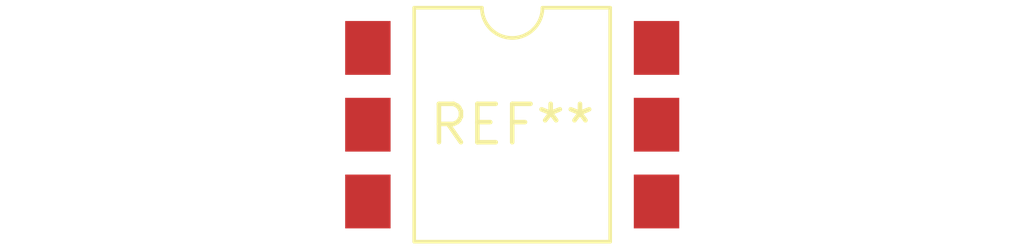
<source format=kicad_pcb>
(kicad_pcb (version 20240108) (generator pcbnew)
  (layers (0 "F.Cu" signal) (31 "B.Cu" signal) (34 "B.Paste" user) (35 "F.Paste" user) (36 "B.SilkS" user "B.Silkscreen") (37 "F.SilkS" user "F.Silkscreen") (38 "B.Mask" user) (39 "F.Mask" user) (44 "Edge.Cuts" user))
  (net 0 "")
  (footprint "SMDIP-6_W9.53mm_Clearance8mm" (layer "F.Cu") (at 0 0)
    (property "Reference" "REF**")
    (property "Value" "SMDIP-6_W9.53mm_Clearance8mm")
    (fp_line (start -3.235 -3.87) (end -3.235 3.87) (layer "F.SilkS") (stroke (width 0.12)))
    (fp_line (start -3.235 3.87) (end 3.235 3.87) (layer "F.SilkS") (stroke (width 0.12)))
    (fp_line (start -1 -3.87) (end -3.235 -3.87) (layer "F.SilkS") (stroke (width 0.12)))
    (fp_line (start 3.235 -3.87) (end 1 -3.87) (layer "F.SilkS") (stroke (width 0.12)))
    (fp_line (start 3.235 3.87) (end 3.235 -3.87) (layer "F.SilkS") (stroke (width 0.12)))
    (fp_arc (start 1 -3.87) (mid 0 -2.87) (end -1 -3.87) (layer "F.SilkS") (stroke (width 0.12)))
    (pad "1" smd rect (at -4.765 -2.54) (size 1.5 1.78) (layers "F.Cu" "F.Paste" "F.Mask"))
    (pad "2" smd rect (at -4.765 0) (size 1.5 1.78) (layers "F.Cu" "F.Paste" "F.Mask"))
    (pad "3" smd rect (at -4.765 2.54) (size 1.5 1.78) (layers "F.Cu" "F.Paste" "F.Mask"))
    (pad "4" smd rect (at 4.765 2.54) (size 1.5 1.78) (layers "F.Cu" "F.Paste" "F.Mask"))
    (pad "5" smd rect (at 4.765 0) (size 1.5 1.78) (layers "F.Cu" "F.Paste" "F.Mask"))
    (pad "6" smd rect (at 4.765 -2.54) (size 1.5 1.78) (layers "F.Cu" "F.Paste" "F.Mask"))
  )
)
</source>
